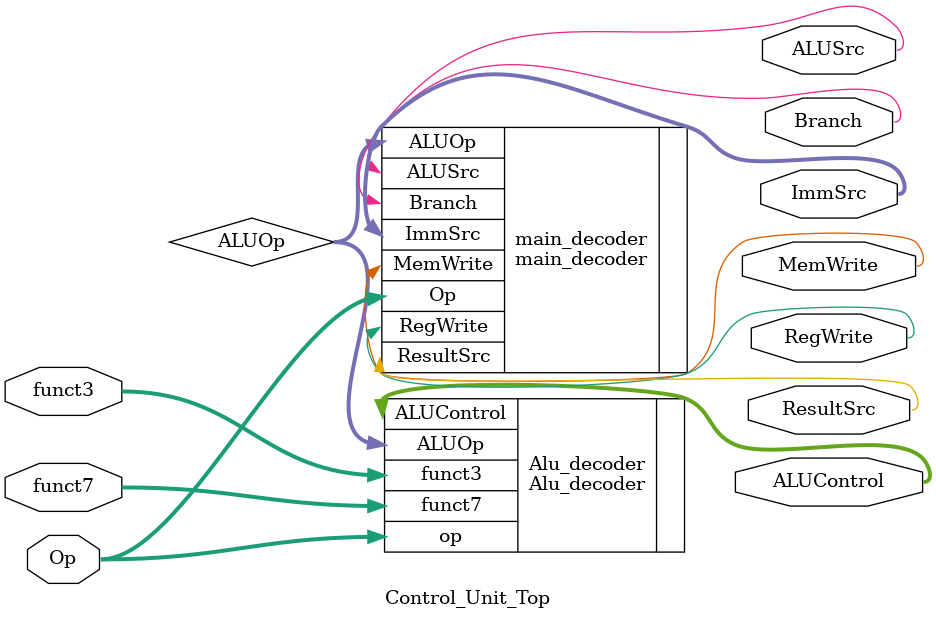
<source format=v>
`include "Alu_decoder.v"
`include "main_decoder.v"
module Control_Unit_Top(Op,RegWrite,ImmSrc,ALUSrc,MemWrite,ResultSrc,Branch,funct3,funct7,ALUControl);
    input [6:0]Op,funct7;
    input [2:0]funct3;
    output RegWrite,ALUSrc,MemWrite,ResultSrc,Branch;
    output [1:0]ImmSrc;
    output [2:0]ALUControl;
    wire [1:0]ALUOp;
    main_decoder main_decoder(
                .Op(Op),
                .RegWrite(RegWrite),
                .ImmSrc(ImmSrc),
                .MemWrite(MemWrite),
                .ResultSrc(ResultSrc),
                .Branch(Branch),
                .ALUSrc(ALUSrc),
                .ALUOp(ALUOp)
    );

    Alu_decoder Alu_decoder(
                            .ALUOp(ALUOp),
                            .funct3(funct3),
                            .funct7(funct7),
                            .op(Op),
                            .ALUControl(ALUControl)
    );


endmodule
</source>
